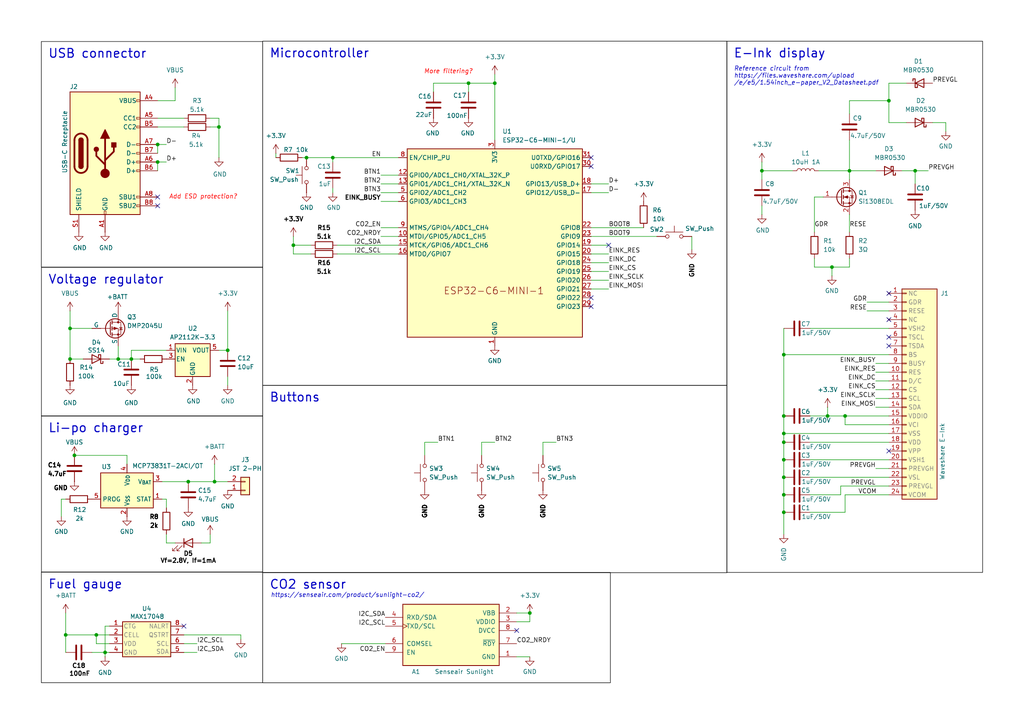
<source format=kicad_sch>
(kicad_sch (version 20231120) (generator "eeschema") (generator_version "8.0")
  (paper "A4")
  (title_block (title "Low-Power CO2 Sensor") (date "2024-11-01") (company "blinry <mail@blinry.org>"))
  (junction (at 38.1 104.14))
  (junction (at 153.67 177.8))
  (junction (at 20.32 95.25))
  (junction (at 88.9 45.72))
  (junction (at 227.33 128.27))
  (junction (at 27.94 184.15))
  (junction (at 96.52 45.72))
  (junction (at 63.5 36.83))
  (junction (at 227.33 125.73))
  (junction (at 227.33 120.65))
  (junction (at 143.51 24.13))
  (junction (at 20.32 104.14))
  (junction (at 227.33 143.51))
  (junction (at 45.72 41.91))
  (junction (at 19.05 184.15))
  (junction (at 135.89 24.13))
  (junction (at 66.04 101.6))
  (junction (at 54.61 139.7))
  (junction (at 245.11 120.65))
  (junction (at 227.33 102.87))
  (junction (at 220.98 49.53))
  (junction (at 227.33 133.35))
  (junction (at 265.43 49.53))
  (junction (at 240.03 120.65))
  (junction (at 227.33 148.59))
  (junction (at 30.48 189.23))
  (junction (at 85.09 71.12))
  (junction (at 227.33 138.43))
  (junction (at 62.23 139.7))
  (junction (at 241.3 77.47))
  (junction (at 45.72 46.99))
  (junction (at 21.59 132.08))
  (junction (at 257.81 29.21))
  (junction (at 246.38 49.53))
  (junction (at 34.29 104.14))
  (no_connect (at 171.45 86.36))
  (no_connect (at 257.81 130.81))
  (no_connect (at 45.72 57.15))
  (no_connect (at 53.34 181.61))
  (no_connect (at 149.86 182.88))
  (no_connect (at 257.81 85.09))
  (no_connect (at 257.81 92.71))
  (no_connect (at 257.81 97.79))
  (no_connect (at 171.45 48.26))
  (no_connect (at 171.45 88.9))
  (no_connect (at 257.81 100.33))
  (no_connect (at 176.53 71.12))
  (no_connect (at 45.72 59.69))
  (no_connect (at 171.45 45.72))
  (wire (pts (xy 176.53 78.74) (xy 171.45 78.74)))
  (wire (pts (xy 20.32 95.25) (xy 20.32 104.14)))
  (wire (pts (xy 274.32 38.1) (xy 274.32 35.56)))
  (wire (pts (xy 227.33 102.87) (xy 227.33 120.65)))
  (wire (pts (xy 57.15 189.23) (xy 53.34 189.23)))
  (wire (pts (xy 30.48 190.5) (xy 30.48 189.23)))
  (wire (pts (xy 36.83 132.08) (xy 36.83 134.62)))
  (wire (pts (xy 110.49 68.58) (xy 115.57 68.58)))
  (wire (pts (xy 243.84 140.97) (xy 257.81 140.97)))
  (wire (pts (xy 240.03 120.65) (xy 245.11 120.65)))
  (wire (pts (xy 110.49 53.34) (xy 115.57 53.34)))
  (wire (pts (xy 123.19 128.27) (xy 123.19 132.08)))
  (wire (pts (xy 234.95 148.59) (xy 245.11 148.59)))
  (wire (pts (xy 96.52 45.72) (xy 96.52 46.99)))
  (wire (pts (xy 200.66 68.58) (xy 200.66 72.39)))
  (wire (pts (xy 30.48 181.61) (xy 30.48 189.23)))
  (wire (pts (xy 80.01 44.45) (xy 80.01 45.72)))
  (wire (pts (xy 245.11 123.19) (xy 257.81 123.19)))
  (wire (pts (xy 153.67 177.8) (xy 153.67 180.34)))
  (wire (pts (xy 220.98 49.53) (xy 220.98 52.07)))
  (wire (pts (xy 88.9 45.72) (xy 96.52 45.72)))
  (wire (pts (xy 157.48 128.27) (xy 161.29 128.27)))
  (wire (pts (xy 227.33 102.87) (xy 257.81 102.87)))
  (wire (pts (xy 48.26 144.78) (xy 46.99 144.78)))
  (wire (pts (xy 38.1 101.6) (xy 48.26 101.6)))
  (wire (pts (xy 20.32 95.25) (xy 26.67 95.25)))
  (wire (pts (xy 176.53 71.12) (xy 171.45 71.12)))
  (wire (pts (xy 143.51 21.59) (xy 143.51 24.13)))
  (wire (pts (xy 45.72 46.99) (xy 45.72 49.53)))
  (wire (pts (xy 85.09 71.12) (xy 90.17 71.12)))
  (wire (pts (xy 257.81 35.56) (xy 262.89 35.56)))
  (wire (pts (xy 257.81 115.57) (xy 254 115.57)))
  (wire (pts (xy 274.32 35.56) (xy 270.51 35.56)))
  (wire (pts (xy 62.23 139.7) (xy 66.04 139.7)))
  (wire (pts (xy 88.9 45.72) (xy 87.63 45.72)))
  (wire (pts (xy 246.38 77.47) (xy 246.38 74.93)))
  (wire (pts (xy 45.72 41.91) (xy 45.72 44.45)))
  (wire (pts (xy 53.34 34.29) (xy 45.72 34.29)))
  (wire (pts (xy 135.89 24.13) (xy 135.89 26.67)))
  (wire (pts (xy 171.45 66.04) (xy 186.69 66.04)))
  (wire (pts (xy 48.26 41.91) (xy 45.72 41.91)))
  (wire (pts (xy 227.33 138.43) (xy 227.33 143.51)))
  (wire (pts (xy 234.95 133.35) (xy 257.81 133.35)))
  (wire (pts (xy 135.89 24.13) (xy 143.51 24.13)))
  (wire (pts (xy 48.26 46.99) (xy 45.72 46.99)))
  (wire (pts (xy 85.09 68.58) (xy 85.09 71.12)))
  (wire (pts (xy 171.45 68.58) (xy 190.5 68.58)))
  (wire (pts (xy 63.5 36.83) (xy 63.5 45.72)))
  (wire (pts (xy 19.05 184.15) (xy 27.94 184.15)))
  (wire (pts (xy 257.81 118.11) (xy 254 118.11)))
  (wire (pts (xy 24.13 104.14) (xy 20.32 104.14)))
  (wire (pts (xy 123.19 128.27) (xy 127 128.27)))
  (wire (pts (xy 69.85 184.15) (xy 53.34 184.15)))
  (wire (pts (xy 19.05 184.15) (xy 19.05 189.23)))
  (wire (pts (xy 46.99 139.7) (xy 54.61 139.7)))
  (wire (pts (xy 38.1 104.14) (xy 34.29 104.14)))
  (wire (pts (xy 57.15 186.69) (xy 53.34 186.69)))
  (wire (pts (xy 257.81 107.95) (xy 254 107.95)))
  (wire (pts (xy 261.62 49.53) (xy 265.43 49.53)))
  (wire (pts (xy 139.7 128.27) (xy 139.7 132.08)))
  (wire (pts (xy 220.98 59.69) (xy 220.98 62.23)))
  (wire (pts (xy 227.33 120.65) (xy 227.33 125.73)))
  (wire (pts (xy 257.81 105.41) (xy 254 105.41)))
  (wire (pts (xy 246.38 62.23) (xy 246.38 67.31)))
  (wire (pts (xy 85.09 73.66) (xy 90.17 73.66)))
  (wire (pts (xy 135.89 24.13) (xy 125.73 24.13)))
  (wire (pts (xy 20.32 90.17) (xy 20.32 95.25)))
  (wire (pts (xy 257.81 135.89) (xy 254 135.89)))
  (wire (pts (xy 34.29 104.14) (xy 31.75 104.14)))
  (wire (pts (xy 66.04 90.17) (xy 66.04 101.6)))
  (wire (pts (xy 50.8 157.48) (xy 48.26 157.48)))
  (wire (pts (xy 245.11 120.65) (xy 257.81 120.65)))
  (wire (pts (xy 153.67 190.5) (xy 149.86 190.5)))
  (wire (pts (xy 234.95 95.25) (xy 257.81 95.25)))
  (wire (pts (xy 143.51 24.13) (xy 143.51 40.64)))
  (wire (pts (xy 96.52 55.88) (xy 96.52 54.61)))
  (wire (pts (xy 176.53 53.34) (xy 171.45 53.34)))
  (wire (pts (xy 227.33 133.35) (xy 227.33 138.43)))
  (wire (pts (xy 243.84 143.51) (xy 243.84 140.97)))
  (wire (pts (xy 50.8 29.21) (xy 45.72 29.21)))
  (wire (pts (xy 125.73 24.13) (xy 125.73 26.67)))
  (wire (pts (xy 227.33 128.27) (xy 227.33 133.35)))
  (wire (pts (xy 241.3 80.01) (xy 241.3 77.47)))
  (wire (pts (xy 227.33 95.25) (xy 227.33 102.87)))
  (wire (pts (xy 110.49 58.42) (xy 115.57 58.42)))
  (wire (pts (xy 85.09 73.66) (xy 85.09 71.12)))
  (wire (pts (xy 241.3 77.47) (xy 246.38 77.47)))
  (wire (pts (xy 66.04 111.76) (xy 66.04 109.22)))
  (wire (pts (xy 50.8 25.4) (xy 50.8 29.21)))
  (wire (pts (xy 38.1 104.14) (xy 38.1 101.6)))
  (wire (pts (xy 245.11 120.65) (xy 245.11 123.19)))
  (wire (pts (xy 245.11 143.51) (xy 257.81 143.51)))
  (wire (pts (xy 176.53 55.88) (xy 171.45 55.88)))
  (wire (pts (xy 234.95 120.65) (xy 240.03 120.65)))
  (wire (pts (xy 34.29 100.33) (xy 34.29 104.14)))
  (wire (pts (xy 63.5 34.29) (xy 63.5 36.83)))
  (wire (pts (xy 110.49 55.88) (xy 115.57 55.88)))
  (wire (pts (xy 69.85 185.42) (xy 69.85 184.15)))
  (wire (pts (xy 220.98 49.53) (xy 229.87 49.53)))
  (wire (pts (xy 246.38 40.64) (xy 246.38 49.53)))
  (wire (pts (xy 236.22 74.93) (xy 236.22 77.47)))
  (wire (pts (xy 62.23 134.62) (xy 62.23 139.7)))
  (wire (pts (xy 176.53 76.2) (xy 171.45 76.2)))
  (wire (pts (xy 97.79 73.66) (xy 115.57 73.66)))
  (wire (pts (xy 27.94 186.69) (xy 31.75 186.69)))
  (wire (pts (xy 265.43 49.53) (xy 265.43 53.34)))
  (wire (pts (xy 176.53 73.66) (xy 171.45 73.66)))
  (wire (pts (xy 21.59 132.08) (xy 36.83 132.08)))
  (wire (pts (xy 60.96 154.94) (xy 60.96 157.48)))
  (wire (pts (xy 60.96 157.48) (xy 58.42 157.48)))
  (wire (pts (xy 53.34 36.83) (xy 45.72 36.83)))
  (wire (pts (xy 110.49 66.04) (xy 115.57 66.04)))
  (wire (pts (xy 234.95 143.51) (xy 243.84 143.51)))
  (wire (pts (xy 227.33 125.73) (xy 257.81 125.73)))
  (wire (pts (xy 236.22 77.47) (xy 241.3 77.47)))
  (wire (pts (xy 257.81 29.21) (xy 257.81 24.13)))
  (wire (pts (xy 63.5 36.83) (xy 60.96 36.83)))
  (wire (pts (xy 17.78 149.86) (xy 17.78 144.78)))
  (wire (pts (xy 251.46 87.63) (xy 257.81 87.63)))
  (wire (pts (xy 257.81 29.21) (xy 257.81 35.56)))
  (wire (pts (xy 149.86 177.8) (xy 153.67 177.8)))
  (wire (pts (xy 176.53 81.28) (xy 171.45 81.28)))
  (wire (pts (xy 227.33 143.51) (xy 227.33 148.59)))
  (wire (pts (xy 96.52 45.72) (xy 115.57 45.72)))
  (wire (pts (xy 139.7 128.27) (xy 143.51 128.27)))
  (wire (pts (xy 99.06 186.69) (xy 111.76 186.69)))
  (wire (pts (xy 19.05 177.8) (xy 19.05 184.15)))
  (wire (pts (xy 246.38 33.02) (xy 246.38 29.21)))
  (wire (pts (xy 246.38 49.53) (xy 246.38 52.07)))
  (wire (pts (xy 246.38 29.21) (xy 257.81 29.21)))
  (wire (pts (xy 227.33 125.73) (xy 227.33 128.27)))
  (wire (pts (xy 238.76 57.15) (xy 236.22 57.15)))
  (wire (pts (xy 251.46 90.17) (xy 257.81 90.17)))
  (wire (pts (xy 31.75 181.61) (xy 30.48 181.61)))
  (wire (pts (xy 97.79 71.12) (xy 115.57 71.12)))
  (wire (pts (xy 26.67 189.23) (xy 30.48 189.23)))
  (wire (pts (xy 66.04 101.6) (xy 63.5 101.6)))
  (wire (pts (xy 234.95 138.43) (xy 257.81 138.43)))
  (wire (pts (xy 149.86 180.34) (xy 153.67 180.34)))
  (wire (pts (xy 60.96 34.29) (xy 63.5 34.29)))
  (wire (pts (xy 257.81 110.49) (xy 254 110.49)))
  (wire (pts (xy 157.48 128.27) (xy 157.48 132.08)))
  (wire (pts (xy 257.81 24.13) (xy 262.89 24.13)))
  (wire (pts (xy 234.95 128.27) (xy 257.81 128.27)))
  (wire (pts (xy 110.49 50.8) (xy 115.57 50.8)))
  (wire (pts (xy 62.23 139.7) (xy 54.61 139.7)))
  (wire (pts (xy 257.81 113.03) (xy 254 113.03)))
  (wire (pts (xy 236.22 57.15) (xy 236.22 67.31)))
  (wire (pts (xy 227.33 148.59) (xy 227.33 154.94)))
  (wire (pts (xy 48.26 144.78) (xy 48.26 147.32)))
  (wire (pts (xy 17.78 144.78) (xy 19.05 144.78)))
  (wire (pts (xy 48.26 154.94) (xy 48.26 157.48)))
  (wire (pts (xy 40.64 104.14) (xy 38.1 104.14)))
  (wire (pts (xy 176.53 83.82) (xy 171.45 83.82)))
  (wire (pts (xy 220.98 46.99) (xy 220.98 49.53)))
  (wire (pts (xy 27.94 184.15) (xy 31.75 184.15)))
  (wire (pts (xy 237.49 49.53) (xy 246.38 49.53)))
  (wire (pts (xy 240.03 118.11) (xy 240.03 120.65)))
  (wire (pts (xy 27.94 184.15) (xy 27.94 186.69)))
  (wire (pts (xy 265.43 49.53) (xy 269.24 49.53)))
  (wire (pts (xy 245.11 148.59) (xy 245.11 143.51)))
  (wire (pts (xy 246.38 49.53) (xy 254 49.53)))
  (wire (pts (xy 30.48 189.23) (xy 31.75 189.23)))
  (text_box "Fuel gauge" (at 11.9966 165.9646 0) (size 64.2034 32.0492) (stroke (width 0) (color 0 0 0 1)) (effects (font (size 2.54 2.54) (thickness 0.3175)) (justify left top)))
  (text_box "Buttons" (at 76.2 111.76 0) (size 134.62 54.3461) (stroke (width 0) (color 0 0 0 1)) (effects (font (size 2.54 2.54) (thickness 0.3175)) (justify left top)))
  (text_box "USB connector" (at 11.9879 12.042 0) (size 64.2121 65.428) (stroke (width 0) (color 0 0 0 1)) (effects (font (size 2.54 2.54) (thickness 0.3175)) (justify left top)))
  (text_box "Voltage regulator" (at 12.0166 77.5558 0) (size 64.1834 43.0942) (stroke (width 0) (color 0 0 0 1)) (effects (font (size 2.54 2.54) (thickness 0.3175)) (justify left top)))
  (text_box "Microcontroller" (at 76.2 11.9436 0) (size 134.62 99.8164) (stroke (width 0) (color 0 0 0 1)) (effects (font (size 2.54 2.54) (thickness 0.3175)) (justify left top)))
  (text_box "E-Ink display" (at 210.82 11.9502 0) (size 74.1819 154.077) (stroke (width 0) (color 0 0 0 1)) (effects (font (size 2.54 2.54) (thickness 0.3175)) (justify left top)))
  (text_box "Li-po charger" (at 12.0233 120.65 0) (size 64.1767 45.2649) (stroke (width 0) (color 0 0 0 1)) (effects (font (size 2.54 2.54) (thickness 0.3175)) (justify left top)))
  (text_box "CO2 sensor" (at 76.2 166.0447 0) (size 100.8379 31.9863) (stroke (width 0) (color 0 0 0 1)) (effects (font (size 2.54 2.54) (thickness 0.3175)) (justify left top)))
  (text "https://senseair.com/product/sunlight-co2/" (at 78.486 172.72 0) (effects (font (size 1.27 1.27) (italic yes)) (justify left)))
  (text "Add ESD protection?" (at 58.928 57.15 0) (effects (font (size 1.27 1.27) (italic yes))))
  (text "More filtering?" (at 130.048 20.828 0) (effects (font (size 1.27 1.27) (italic yes))))
  (text "Reference circuit from\nhttps://files.waveshare.com/upload\n/e/e5/1.54inch_e-paper_V2_Datasheet.pdf" (at 212.852 22.098 0) (effects (font (size 1.27 1.27) (italic yes)) (justify left)))
  (label "BTN2" (at 143.51 128.27 0))
  (label "EINK_RES" (at 176.53 73.66 0))
  (label "RESE" (at 246.38 66.04 0))
  (label "BTN3" (at 161.29 128.27 0))
  (label "I2C_SCL" (at 110.49 73.66 180))
  (label "BTN1" (at 110.49 50.8 180))
  (label "EINK_SCLK" (at 254 115.57 180))
  (label "EN" (at 110.49 45.72 180))
  (label "EINK_SCLK" (at 176.53 81.28 0))
  (label "BTN1" (at 127 128.27 0))
  (label "EINK_CS" (at 176.53 78.74 0))
  (label "D-" (at 176.53 55.88 0))
  (label "EINK_DC" (at 254 110.49 180))
  (label "EINK_BUSY" (at 110.49 58.42 180) (effects (font (thickness 0.254) (bold yes))))
  (label "CO2_NRDY" (at 149.86 186.69 0))
  (label "GDR" (at 236.22 66.04 0))
  (label "CO2_EN" (at 111.76 189.23 180))
  (label "I2C_SDA" (at 57.15 189.23 0))
  (label "PREVGH" (at 269.24 49.53 0))
  (label "EINK_DC" (at 176.53 76.2 0))
  (label "I2C_SCL" (at 111.76 181.61 180))
  (label "GDR" (at 251.46 87.63 180))
  (label "RESE" (at 251.46 90.17 180))
  (label "EINK_MOSI" (at 176.53 83.82 0))
  (label "BOOT9" (at 176.53 68.58 0))
  (label "VCOM" (at 248.92 143.51 0))
  (label "CO2_NRDY" (at 110.49 68.58 180))
  (label "EINK_BUSY" (at 254 105.41 180))
  (label "I2C_SDA" (at 111.76 179.07 180))
  (label "BTN3" (at 110.49 55.88 180))
  (label "EINK_MOSI" (at 254 118.11 180))
  (label "BOOT8" (at 176.53 66.04 0))
  (label "D+" (at 48.26 46.99 0))
  (label "D-" (at 48.26 41.91 0))
  (label "PREVGL" (at 254 140.97 180))
  (label "I2C_SCL" (at 57.15 186.69 0))
  (label "BTN2" (at 110.49 53.34 180))
  (label "EINK_CS" (at 254 113.03 180))
  (label "PREVGL" (at 270.51 24.13 0))
  (label "CO2_EN" (at 110.49 66.04 180))
  (label "I2C_SDA" (at 110.49 71.12 180))
  (label "D+" (at 176.53 53.34 0))
  (label "EINK_RES" (at 254 107.95 180))
  (label "PREVGH" (at 254 135.89 180))
  (symbol (lib_id "power:GND") (at 99.06 186.69 0) (unit 1)
    (property "Reference" "#PWR011" (effects (hide yes)))
    (property "Value" "GND" (at 101.092 191.008 0) (effects (justify right)))
    (property "Description" "Power symbol creates a global label with name \"GND\" , ground" (effects (hide yes)))
  )
  (symbol (lib_id "power:+BATT") (at 62.23 134.62 0) (unit 1)
    (property "Reference" "#PWR046" (effects (hide yes)))
    (property "Value" "+BATT" (at 62.23 129.54 0))
    (property "Description" "Power symbol creates a global label with name \"+BATT\"" (effects (hide yes)))
  )
  (symbol (lib_id "power:GND") (at 123.19 142.24 0) (mirror y) (unit 1)
    (property "Reference" "#PWR027" (effects (hide yes)))
    (property "Value" "GND" (at 123.1901 146.05 90) (effects (font (thickness 0.254) (bold yes)) (justify right)))
    (property "Description" "Power symbol creates a global label with name \"GND\" , ground" (effects (hide yes)))
  )
  (symbol (lib_id "power:GND") (at 125.73 34.29 0) (mirror y) (unit 1)
    (property "Reference" "#PWR039" (effects (hide yes)))
    (property "Value" "GND" (at 123.444 38.608 0) (effects (justify right)))
    (property "Description" "Power symbol creates a global label with name \"GND\" , ground" (effects (hide yes)))
  )
  (symbol (lib_id "Device:LED") (at 54.61 157.48 0) (unit 1)
    (property "Reference" "D5" (at 54.61 160.528 0) (effects (font (thickness 0.254) (bold yes))))
    (property "Value" "Vf=2.8V, If=1mA" (at 54.61 162.56 0) (effects (font (thickness 0.254) (bold yes))))
    (property "Footprint" "LED_SMD:LED_0603_1608Metric" (effects (hide yes)))
    (property "Description" "Light emitting diode" (effects (hide yes)))
  )
  (symbol (lib_id "power:GND") (at 157.48 142.24 0) (mirror y) (unit 1)
    (property "Reference" "#PWR026" (effects (hide yes)))
    (property "Value" "GND" (at 157.4801 146.05 90) (effects (font (thickness 0.254) (bold yes)) (justify right)))
    (property "Description" "Power symbol creates a global label with name \"GND\" , ground" (effects (hide yes)))
  )
  (symbol (lib_id "power:+3.3V") (at 143.51 21.59 0) (unit 1)
    (property "Reference" "#PWR019" (effects (hide yes)))
    (property "Value" "+3.3V" (at 143.51 16.51 0))
    (property "Description" "Power symbol creates a global label with name \"+3.3V\"" (effects (hide yes)))
  )
  (symbol (lib_id "power:GND") (at 153.67 190.5 0) (unit 1)
    (property "Reference" "#PWR07" (effects (hide yes)))
    (property "Value" "GND" (at 155.702 194.818 0) (effects (justify right)))
    (property "Description" "Power symbol creates a global label with name \"GND\" , ground" (effects (hide yes)))
  )
  (symbol (lib_id "Simulation_SPICE:PMOS") (at 31.75 95.25 0) (unit 1)
    (property "Reference" "Q3" (at 36.83 91.948 0) (effects (justify left)))
    (property "Value" "DMP2045U" (at 36.83 94.488 0) (effects (justify left)))
    (property "Footprint" "Package_TO_SOT_SMD:SOT-23" (effects (hide yes)))
    (property "Datasheet" "https://ngspice.sourceforge.io/docs/ngspice-html-manual/manual.xhtml#cha_MOSFETs" (effects (hide yes)))
    (property "Description" "P-MOSFET transistor, drain/source/gate" (effects (hide yes)))
    (property "Sim.Device" "PMOS" (effects (hide yes)))
    (property "Sim.Type" "VDMOS" (effects (hide yes)))
    (property "Sim.Pins" "1=D 2=G 3=S" (effects (hide yes)))
  )
  (symbol (lib_id "Switch:SW_Push") (at 195.58 68.58 0) (mirror y) (unit 1)
    (property "Reference" "SW2" (at 190.5 66.548 0))
    (property "Value" "SW_Push" (at 202.946 66.294 0))
    (property "Footprint" "Button_Switch_SMD:SW_SPST_SKQG_WithStem" (effects (hide yes)))
    (property "Description" "Push button switch, generic, two pins" (effects (hide yes)))
  )
  (symbol (lib_id "Switch:SW_Push") (at 123.19 137.16 90) (unit 1)
    (property "Reference" "SW3" (at 124.46 135.8899 90) (effects (justify right)))
    (property "Value" "SW_Push" (at 124.46 138.4299 90) (effects (justify right)))
    (property "Footprint" "Button_Switch_SMD:SW_SPST_SKQG_WithStem" (effects (hide yes)))
    (property "Description" "Push button switch, generic, two pins" (effects (hide yes)))
  )
  (symbol (lib_id "Diode:MBR0540") (at 27.94 104.14 180) (unit 1)
    (property "Reference" "D4" (at 27.94 99.314 0))
    (property "Value" "SS14" (at 27.94 101.6 0))
    (property "Footprint" "Diode_SMD:D_SOD-123" (effects (hide yes)))
    (property "Datasheet" "http://www.mccsemi.com/up_pdf/MBR0520~MBR0580(SOD123).pdf" (effects (hide yes)))
    (property "Description" "40V 0.5A Schottky Power Rectifier Diode, SOD-123" (effects (hide yes)))
  )
  (symbol (lib_id "power:GND") (at 66.04 142.24 0) (unit 1)
    (property "Reference" "#PWR031" (effects (hide yes)))
    (property "Value" "GND" (at 68.072 146.812 0) (effects (justify right)))
    (property "Description" "Power symbol creates a global label with name \"GND\" , ground" (effects (hide yes)))
  )
  (symbol (lib_id "power:GND") (at 66.04 111.76 0) (unit 1)
    (property "Reference" "#PWR017" (effects (hide yes)))
    (property "Value" "GND" (at 68.072 116.332 0) (effects (justify right)))
    (property "Description" "Power symbol creates a global label with name \"GND\" , ground" (effects (hide yes)))
  )
  (symbol (lib_id "Device:C") (at 231.14 128.27 90) (unit 1)
    (property "Reference" "C4" (at 233.68 127 90))
    (property "Value" "1uF/50V" (at 236.728 129.54 90))
    (property "Footprint" "Capacitor_SMD:C_0805_2012Metric" (effects (hide yes)))
    (property "Description" "Unpolarized capacitor" (effects (hide yes)))
  )
  (symbol (lib_id "power:+3.3V") (at 220.98 46.99 0) (unit 1)
    (property "Reference" "#PWR02" (effects (hide yes)))
    (property "Value" "+3.3V" (at 220.98 41.91 0))
    (property "Description" "Power symbol creates a global label with name \"+3.3V\"" (effects (hide yes)))
  )
  (symbol (lib_id "Device:C") (at 231.14 133.35 90) (unit 1)
    (property "Reference" "C3" (at 233.68 132.08 90))
    (property "Value" "1uF/50V" (at 236.728 134.62 90))
    (property "Footprint" "Capacitor_SMD:C_0805_2012Metric" (effects (hide yes)))
    (property "Description" "Unpolarized capacitor" (effects (hide yes)))
  )
  (symbol (lib_id "power:GND") (at 20.32 111.76 0) (unit 1)
    (property "Reference" "#PWR041" (effects (hide yes)))
    (property "Value" "GND" (at 22.352 116.84 0) (effects (justify right)))
    (property "Description" "Power symbol creates a global label with name \"GND\" , ground" (effects (hide yes)))
  )
  (symbol (lib_id "PCM_Espressif:ESP32-C6-MINI-1/U") (at 143.51 73.66 0) (unit 1)
    (property "Reference" "U1" (at 145.7041 38.1 0) (effects (justify left)))
    (property "Value" "ESP32-C6-MINI-1/U" (at 145.7041 40.64 0) (effects (justify left)))
    (property "Footprint" "PCM_Espressif:ESP32-C6-MINI-1" (effects (hide yes)))
    (property "Datasheet" "https://www.espressif.com/sites/default/files/documentation/esp32-c6-mini-1_datasheet_en.pdf" (effects (hide yes)))
    (property "Description" "ESP32-C6-MINI-1 is a module that supports 2.4 GHz Wi-Fi 6 (802.11 ax), Bluetooth® 5 (LE), Zigbee and Thread (802.15.4)" (effects (hide yes)))
  )
  (symbol (lib_id "power:GND") (at 69.85 185.42 0) (unit 1)
    (property "Reference" "#PWR037" (effects (hide yes)))
    (property "Value" "GND" (at 71.882 189.992 0) (effects (justify right)))
    (property "Description" "Power symbol creates a global label with name \"GND\" , ground" (effects (hide yes)))
  )
  (symbol (lib_id "power:+BATT") (at 19.05 177.8 0) (unit 1)
    (property "Reference" "#PWR047" (effects (hide yes)))
    (property "Value" "+BATT" (at 19.05 172.72 0))
    (property "Description" "Power symbol creates a global label with name \"+BATT\"" (effects (hide yes)))
  )
  (symbol (lib_id "power:GND") (at 135.89 34.29 0) (mirror y) (unit 1)
    (property "Reference" "#PWR040" (effects (hide yes)))
    (property "Value" "GND" (at 133.604 38.608 0) (effects (justify right)))
    (property "Description" "Power symbol creates a global label with name \"GND\" , ground" (effects (hide yes)))
  )
  (symbol (lib_id "Device:C") (at 38.1 107.95 0) (unit 1)
    (property "Reference" "C11" (at 34.036 105.664 0) (effects (justify left)))
    (property "Value" "10uF" (at 32.766 111.252 0) (effects (justify left)))
    (property "Footprint" "Capacitor_SMD:C_0805_2012Metric" (effects (hide yes)))
    (property "Description" "Unpolarized capacitor" (effects (hide yes)))
  )
  (symbol (lib_id "Device:C") (at 125.73 30.48 180) (unit 1)
    (property "Reference" "C16" (at 123.19 27.94 0))
    (property "Value" "22uF" (at 122.936 33.274 0))
    (property "Footprint" "Capacitor_SMD:C_0805_2012Metric" (effects (hide yes)))
    (property "Description" "Unpolarized capacitor" (effects (hide yes)))
  )
  (symbol (lib_id "Device:R") (at 20.32 107.95 180) (unit 1)
    (property "Reference" "R14" (at 25.019 106.553 0))
    (property "Value" "100k" (at 25.019 109.093 0))
    (property "Footprint" "Capacitor_SMD:C_0805_2012Metric" (effects (hide yes)))
    (property "Description" "Resistor" (effects (hide yes)))
  )
  (symbol (lib_id "power:GND") (at 88.9 55.88 0) (mirror y) (unit 1)
    (property "Reference" "#PWR023" (effects (hide yes)))
    (property "Value" "GND" (at 86.868 60.198 0) (effects (justify right)))
    (property "Description" "Power symbol creates a global label with name \"GND\" , ground" (effects (hide yes)))
  )
  (symbol (lib_id "power:GND") (at 265.43 60.96 0) (unit 1)
    (property "Reference" "#PWR04" (effects (hide yes)))
    (property "Value" "GND" (at 267.462 65.532 0) (effects (justify right)))
    (property "Description" "Power symbol creates a global label with name \"GND\" , ground" (effects (hide yes)))
  )
  (symbol (lib_id "power:GND") (at 274.32 38.1 0) (unit 1)
    (property "Reference" "#PWR05" (effects (hide yes)))
    (property "Value" "GND" (at 276.352 42.418 0) (effects (justify right)))
    (property "Description" "Power symbol creates a global label with name \"GND\" , ground" (effects (hide yes)))
  )
  (symbol (lib_id "Device:C") (at 21.59 135.89 0) (unit 1)
    (property "Reference" "C14" (at 13.716 134.874 0) (effects (font (thickness 0.254) (bold yes)) (justify left)))
    (property "Value" "4.7uF" (at 13.716 137.414 0) (effects (font (thickness 0.254) (bold yes)) (justify left)))
    (property "Footprint" "Capacitor_SMD:C_0805_2012Metric" (effects (hide yes)))
    (property "Description" "Unpolarized capacitor" (effects (hide yes)))
  )
  (symbol (lib_id "power:GND") (at 143.51 100.33 0) (unit 1)
    (property "Reference" "#PWR021" (effects (hide yes)))
    (property "Value" "GND" (at 145.542 104.648 0) (effects (justify right)))
    (property "Description" "Power symbol creates a global label with name \"GND\" , ground" (effects (hide yes)))
  )
  (symbol (lib_id "Switch:SW_Push") (at 157.48 137.16 90) (unit 1)
    (property "Reference" "SW5" (at 158.75 135.8899 90) (effects (justify right)))
    (property "Value" "SW_Push" (at 158.75 138.4299 90) (effects (justify right)))
    (property "Footprint" "Button_Switch_SMD:SW_SPST_SKQG_WithStem" (effects (hide yes)))
    (property "Description" "Push button switch, generic, two pins" (effects (hide yes)))
  )
  (symbol (lib_id "power:GND") (at 96.52 55.88 0) (mirror y) (unit 1)
    (property "Reference" "#PWR024" (effects (hide yes)))
    (property "Value" "GND" (at 94.742 60.198 0) (effects (justify right)))
    (property "Description" "Power symbol creates a global label with name \"GND\" , ground" (effects (hide yes)))
  )
  (symbol (lib_id "power:VBUS") (at 60.96 154.94 0) (unit 1)
    (property "Reference" "#PWR045" (effects (hide yes)))
    (property "Value" "VBUS" (at 60.96 150.622 0))
    (property "Description" "Power symbol creates a global label with name \"VBUS\"" (effects (hide yes)))
  )
  (symbol (lib_id "power:+3.3V") (at 85.09 68.58 0) (unit 1)
    (property "Reference" "#PWR049" (effects (hide yes)))
    (property "Value" "+3.3V" (at 85.09 63.5 0) (effects (font (thickness 0.254) (bold yes))))
    (property "Description" "Power symbol creates a global label with name \"+3.3V\"" (effects (hide yes)))
  )
  (symbol (lib_id "power:GND") (at 139.7 142.24 0) (mirror y) (unit 1)
    (property "Reference" "#PWR025" (effects (hide yes)))
    (property "Value" "GND" (at 139.7001 146.05 90) (effects (font (thickness 0.254) (bold yes)) (justify right)))
    (property "Description" "Power symbol creates a global label with name \"GND\" , ground" (effects (hide yes)))
  )
  (symbol (lib_id "power:GND") (at 38.1 111.76 0) (unit 1)
    (property "Reference" "#PWR018" (effects (hide yes)))
    (property "Value" "GND" (at 40.132 116.84 0) (effects (justify right)))
    (property "Description" "Power symbol creates a global label with name \"GND\" , ground" (effects (hide yes)))
  )
  (symbol (lib_id "Device:C") (at 231.14 120.65 90) (unit 1)
    (property "Reference" "C6" (at 233.68 119.38 90))
    (property "Value" "1uF/50V" (at 236.728 121.92 90))
    (property "Footprint" "Capacitor_SMD:C_0805_2012Metric" (effects (hide yes)))
    (property "Description" "Unpolarized capacitor" (effects (hide yes)))
  )
  (symbol (lib_id "power:GND") (at 17.78 149.86 0) (unit 1)
    (property "Reference" "#PWR034" (effects (hide yes)))
    (property "Value" "GND" (at 19.812 154.178 0) (effects (justify right)))
    (property "Description" "Power symbol creates a global label with name \"GND\" , ground" (effects (hide yes)))
  )
  (symbol (lib_id "power:+3.3V") (at 240.03 118.11 0) (unit 1)
    (property "Reference" "#PWR012" (effects (hide yes)))
    (property "Value" "+3.3V" (at 240.03 113.03 0))
    (property "Description" "Power symbol creates a global label with name \"+3.3V\"" (effects (hide yes)))
  )
  (symbol (lib_id "Device:C") (at 265.43 57.15 180) (unit 1)
    (property "Reference" "C10" (at 267.716 54.61 0))
    (property "Value" "1uF/50V" (at 270.764 59.69 0))
    (property "Footprint" "Capacitor_SMD:C_0805_2012Metric" (effects (hide yes)))
    (property "Description" "Unpolarized capacitor" (effects (hide yes)))
  )
  (symbol (lib_id "power:+3.3V") (at 153.67 177.8 0) (unit 1)
    (property "Reference" "#PWR08" (effects (hide yes)))
    (property "Value" "+3.3V" (at 153.67 172.72 0))
    (property "Description" "Power symbol creates a global label with name \"+3.3V\"" (effects (hide yes)))
  )
  (symbol (lib_id "Device:C") (at 135.89 30.48 180) (unit 1)
    (property "Reference" "C17" (at 133.35 27.686 0))
    (property "Value" "100nF" (at 132.588 33.528 0))
    (property "Footprint" "Capacitor_SMD:C_0805_2012Metric" (effects (hide yes)))
    (property "Description" "Unpolarized capacitor" (effects (hide yes)))
  )
  (symbol (lib_id "power:VBUS") (at 20.32 90.17 0) (unit 1)
    (property "Reference" "#PWR043" (effects (hide yes)))
    (property "Value" "VBUS" (at 20.32 85.09 0))
    (property "Description" "Power symbol creates a global label with name \"VBUS\"" (effects (hide yes)))
  )
  (symbol (lib_id "Connector_Generic:Conn_01x02") (at 71.12 142.24 0) (mirror x) (unit 1)
    (property "Reference" "J3" (at 71.12 133.35 0))
    (property "Value" "JST 2-PH" (at 71.12 135.89 0))
    (property "Footprint" "Connector_JST:JST_PH_S2B-PH-SM4-TB_1x02-1MP_P2.00mm_Horizontal" (effects (hide yes)))
    (property "Description" "Generic connector, single row, 01x02, script generated (kicad-library-utils/schlib/autogen/connector/)" (effects (hide yes)))
  )
  (symbol (lib_id "power:GND") (at 30.48 67.31 0) (mirror y) (unit 1)
    (property "Reference" "#PWR013" (effects (hide yes)))
    (property "Value" "GND" (at 28.702 71.882 0) (effects (justify right)))
    (property "Description" "Power symbol creates a global label with name \"GND\" , ground" (effects (hide yes)))
  )
  (symbol (lib_id "Device:C") (at 96.52 50.8 180) (unit 1)
    (property "Reference" "C13" (at 93.98 48.26 0))
    (property "Value" "1uF" (at 94.234 53.34 0))
    (property "Footprint" "Capacitor_SMD:C_0805_2012Metric" (effects (hide yes)))
    (property "Description" "Unpolarized capacitor" (effects (hide yes)))
  )
  (symbol (lib_id "Device:C") (at 220.98 55.88 180) (unit 1)
    (property "Reference" "C8" (at 223.266 53.34 0))
    (property "Value" "4.7uF/50V" (at 226.314 58.42 0))
    (property "Footprint" "Capacitor_SMD:C_0805_2012Metric" (effects (hide yes)))
    (property "Description" "Unpolarized capacitor" (effects (hide yes)))
  )
  (symbol (lib_id "Connector:USB_C_Receptacle_USB2.0_16P") (at 30.48 44.45 0) (unit 1)
    (property "Reference" "J2" (at 22.606 25.146 0) (effects (justify right)))
    (property "Value" "USB-C Receptacle" (at 18.796 32.004 90) (effects (justify right)))
    (property "Footprint" "Connector_USB:USB_C_Receptacle_G-Switch_GT-USB-7010ASV" (effects (hide yes)))
    (property "Datasheet" "https://www.usb.org/sites/default/files/documents/usb_type-c.zip" (effects (hide yes)))
    (property "Description" "USB 2.0-only 16P Type-C Receptacle connector" (effects (hide yes)))
  )
  (symbol (lib_id "Device:R") (at 186.69 62.23 0) (unit 1)
    (property "Reference" "R6" (at 189.23 60.9599 0) (effects (justify left)))
    (property "Value" "10k" (at 189.23 63.4999 0) (effects (justify left)))
    (property "Footprint" "Capacitor_SMD:C_0805_2012Metric" (effects (hide yes)))
    (property "Description" "Resistor" (effects (hide yes)))
  )
  (symbol (lib_id "Device:R") (at 83.82 45.72 90) (unit 1)
    (property "Reference" "R7" (at 83.566 43.434 90))
    (property "Value" "10k" (at 87.63 43.434 90))
    (property "Footprint" "Capacitor_SMD:C_0805_2012Metric" (effects (hide yes)))
    (property "Description" "Resistor" (effects (hide yes)))
  )
  (symbol (lib_id "power:+3.3V") (at 80.01 44.45 0) (unit 1)
    (property "Reference" "#PWR010" (effects (hide yes)))
    (property "Value" "+3.3V" (at 80.01 39.37 0))
    (property "Description" "Power symbol creates a global label with name \"+3.3V\"" (effects (hide yes)))
  )
  (symbol (lib_id "Device:R") (at 48.26 151.13 0) (unit 1)
    (property "Reference" "R8" (at 44.704 149.86 0) (effects (font (thickness 0.254) (bold yes))))
    (property "Value" "2k" (at 44.704 152.4 0) (effects (font (thickness 0.254) (bold yes))))
    (property "Footprint" "Capacitor_SMD:C_0805_2012Metric" (effects (hide yes)))
    (property "Description" "Resistor" (effects (hide yes)))
  )
  (symbol (lib_id "Device:L") (at 233.68 49.53 90) (unit 1)
    (property "Reference" "L1" (at 233.68 44.45 90))
    (property "Value" "10uH 1A" (at 233.68 46.99 90))
    (property "Footprint" "Inductor_SMD:L_Ferrocore_DLG-0403" (effects (hide yes)))
    (property "Description" "Inductor" (effects (hide yes)))
  )
  (symbol (lib_id "Connector_Generic:Conn_01x24") (at 262.89 113.03 0) (unit 1)
    (property "Reference" "J1" (at 272.796 85.09 0) (effects (justify left)))
    (property "Value" "Waveshare E-Ink" (at 273.304 139.192 90) (effects (justify left)))
    (property "Footprint" "Connector_FFC-FPC:TE_2-1734839-4_1x24-1MP_P0.5mm_Horizontal" (effects (hide yes)))
    (property "Description" "Generic connector, single row, 01x24, script generated (kicad-library-utils/schlib/autogen/connector/)" (effects (hide yes)))
  )
  (symbol (lib_id "power:GND") (at 21.59 139.7 0) (unit 1)
    (property "Reference" "#PWR028" (effects (hide yes)))
    (property "Value" "GND" (at 19.812 141.478 0) (effects (font (thickness 0.254) (bold yes)) (justify right)))
    (property "Description" "Power symbol creates a global label with name \"GND\" , ground" (effects (hide yes)))
  )
  (symbol (lib_id "Device:C") (at 231.14 143.51 90) (unit 1)
    (property "Reference" "C5" (at 233.68 142.24 90))
    (property "Value" "1uF/50V" (at 236.728 144.78 90))
    (property "Footprint" "Capacitor_SMD:C_0805_2012Metric" (effects (hide yes)))
    (property "Description" "Unpolarized capacitor" (effects (hide yes)))
  )
  (symbol (lib_id "Device:R") (at 246.38 71.12 0) (unit 1)
    (property "Reference" "R2" (at 248.92 69.8499 0) (effects (justify left)))
    (property "Value" "3Ω" (at 248.92 72.3899 0) (effects (justify left)))
    (property "Footprint" "Resistor_SMD:R_0603_1608Metric" (effects (hide yes)))
    (property "Description" "Resistor" (effects (hide yes)))
  )
  (symbol (lib_id "Device:C") (at 231.14 95.25 90) (unit 1)
    (property "Reference" "C7" (at 233.68 93.98 90))
    (property "Value" "1uF/50V" (at 236.728 96.52 90))
    (property "Footprint" "Capacitor_SMD:C_0805_2012Metric" (effects (hide yes)))
    (property "Description" "Unpolarized capacitor" (effects (hide yes)))
  )
  (symbol (lib_id "Device:C") (at 231.14 138.43 90) (unit 1)
    (property "Reference" "C2" (at 233.68 137.16 90))
    (property "Value" "1uF/50V" (at 236.728 139.7 90))
    (property "Footprint" "Capacitor_SMD:C_0805_2012Metric" (effects (hide yes)))
    (property "Description" "Unpolarized capacitor" (effects (hide yes)))
  )
  (symbol (lib_id "Regulator_Linear:AP2112K-3.3") (at 55.88 104.14 0) (unit 1)
    (property "Reference" "U2" (at 55.88 95.25 0))
    (property "Value" "AP2112K-3.3" (at 55.88 97.79 0))
    (property "Footprint" "Package_TO_SOT_SMD:SOT-23-5" (effects (hide yes)))
    (property "Datasheet" "https://www.diodes.com/assets/Datasheets/AP2112.pdf" (effects (hide yes)))
    (property "Description" "600mA low dropout linear regulator, with enable pin, 3.8V-6V input voltage range, 3.3V fixed positive output, SOT-23-5" (effects (hide yes)))
  )
  (symbol (lib_id "Connector_Generic:Conn_02x04_Counter_Clockwise") (at 36.83 184.15 0) (unit 1)
    (property "Reference" "U4" (at 42.545 176.53 0))
    (property "Value" "MAX17048" (at 42.672 178.816 0))
    (property "Footprint" "Package_DFN_QFN:DFN-8-1EP_2x2mm_P0.5mm_EP1.05x1.75mm" (effects (hide yes)))
    (property "Description" "Generic connector, double row, 02x04, counter clockwise pin numbering scheme (similar to DIP package numbering), script generated (kicad-library-utils/schlib/autogen/connector/)" (effects (hide yes)))
  )
  (symbol (lib_id "power:GND") (at 63.5 45.72 0) (mirror y) (unit 1)
    (property "Reference" "#PWR015" (effects (hide yes)))
    (property "Value" "GND" (at 61.722 50.546 0) (effects (justify right)))
    (property "Description" "Power symbol creates a global label with name \"GND\" , ground" (effects (hide yes)))
  )
  (symbol (lib_id "Device:C") (at 22.86 189.23 270) (unit 1)
    (property "Reference" "C18" (at 22.86 193.04 90) (effects (font (thickness 0.254) (bold yes))))
    (property "Value" "100nF" (at 23.114 195.326 90) (effects (font (thickness 0.254) (bold yes))))
    (property "Footprint" "Capacitor_SMD:C_0805_2012Metric" (effects (hide yes)))
    (property "Description" "Unpolarized capacitor" (effects (hide yes)))
  )
  (symbol (lib_id "power:GND") (at 200.66 72.39 0) (unit 1)
    (property "Reference" "#PWR022" (effects (hide yes)))
    (property "Value" "GND" (at 200.6599 76.2 90) (effects (font (thickness 0.254) (bold yes)) (justify right)))
    (property "Description" "Power symbol creates a global label with name \"GND\" , ground" (effects (hide yes)))
  )
  (symbol (lib_id "Device:R") (at 93.98 71.12 270) (mirror x) (unit 1)
    (property "Reference" "R15" (at 93.98 66.04 90) (effects (font (thickness 0.254) (bold yes))))
    (property "Value" "5.1k" (at 93.98 68.58 90) (effects (font (thickness 0.254) (bold yes))))
    (property "Footprint" "Capacitor_SMD:C_0805_2012Metric" (effects (hide yes)))
    (property "Description" "Resistor" (effects (hide yes)))
  )
  (symbol (lib_id "Device:C") (at 231.14 148.59 90) (unit 1)
    (property "Reference" "C1" (at 233.68 147.32 90))
    (property "Value" "1uF/50V" (at 236.728 149.86 90))
    (property "Footprint" "Capacitor_SMD:C_0805_2012Metric" (effects (hide yes)))
    (property "Description" "Unpolarized capacitor" (effects (hide yes)))
  )
  (symbol (lib_id "power:GND") (at 241.3 80.01 0) (unit 1)
    (property "Reference" "#PWR06" (effects (hide yes)))
    (property "Value" "GND" (at 243.332 84.328 0) (effects (justify right)))
    (property "Description" "Power symbol creates a global label with name \"GND\" , ground" (effects (hide yes)))
  )
  (symbol (lib_id "power:+3.3V") (at 66.04 90.17 0) (unit 1)
    (property "Reference" "#PWR020" (effects (hide yes)))
    (property "Value" "+3.3V" (at 66.04 85.09 0))
    (property "Description" "Power symbol creates a global label with name \"+3.3V\"" (effects (hide yes)))
  )
  (symbol (lib_id "Transistor_FET:Si1308EDL") (at 243.84 57.15 0) (unit 1)
    (property "Reference" "Q1" (at 248.92 55.88 0) (effects (justify left)))
    (property "Value" "Si1308EDL" (at 248.92 58.42 0) (effects (justify left)))
    (property "Footprint" "Package_TO_SOT_SMD:SOT-323_SC-70" (effects (hide yes)))
    (property "Datasheet" "https://www.vishay.com/docs/63399/si1308edl.pdf" (effects (hide yes)))
    (property "Description" "30V Vds, 1.4A Id, N-Channel MOSFET, SC-70" (effects (hide yes)))
  )
  (symbol (lib_id "Device:R") (at 57.15 34.29 270) (mirror x) (unit 1)
    (property "Reference" "R3" (at 57.15 29.21 90))
    (property "Value" "5.1k" (at 57.15 31.75 90))
    (property "Footprint" "Capacitor_SMD:C_0805_2012Metric" (effects (hide yes)))
    (property "Description" "Resistor" (effects (hide yes)))
  )
  (symbol (lib_id "symbols:006-0-0002") (at 132.08 184.15 0) (unit 1)
    (property "Reference" "A1" (at 120.65 194.818 0))
    (property "Value" "Senseair Sunlight" (at 134.62 194.818 0))
    (property "Footprint" "footprints:Senseair_Sunrise" (effects (hide yes)))
    (property "MF" "Senseair North America Inc." (effects (hide yes)))
    (property "MAXIMUM_PACKAGE_HEIGHT" "11.78mm" (effects (hide yes)))
    (property "Package" "None" (effects (hide yes)))
    (property "Price" "None" (effects (hide yes)))
    (property "Check_prices" "https://www.snapeda.com/parts/006-0-0002/Senseair+North+America+Inc./view-part/?ref=eda" (effects (hide yes)))
    (property "STANDARD" "Manufacturer Recommendations" (effects (hide yes)))
    (property "PARTREV" "1.00.000" (effects (hide yes)))
    (property "SnapEDA_Link" "https://www.snapeda.com/parts/006-0-0002/Senseair+North+America+Inc./view-part/?ref=snap" (effects (hide yes)))
    (property "MP" "006-0-0002" (effects (hide yes)))
    (property "Description_1" "\n                        \n                            Carbon Dioxide (CO2) Sensor -\n                        \n" (effects (hide yes)))
    (property "Availability" "Not in stock" (effects (hide yes)))
    (property "MANUFACTURER" "SenseAir" (effects (hide yes)))
  )
  (symbol (lib_id "Battery_Management:MCP73831-2-OT") (at 36.83 142.24 0) (unit 1)
    (property "Reference" "U3" (at 29.464 135.382 0) (effects (justify left)))
    (property "Value" "MCP73831T-2ACI/OT" (at 38.354 135.128 0) (effects (justify left)))
    (property "Footprint" "Package_TO_SOT_SMD:SOT-23-5" (effects (hide yes)))
    (property "Datasheet" "http://ww1.microchip.com/downloads/en/DeviceDoc/20001984g.pdf" (effects (hide yes)))
    (property "Description" "Single cell, Li-Ion/Li-Po charge management controller, 4.20V, Tri-State Status Output, in SOT23-5 package" (effects (hide yes)))
  )
  (symbol (lib_id "Diode:MBR0530") (at 257.81 49.53 180) (unit 1)
    (property "Reference" "D3" (at 257.81 43.18 0))
    (property "Value" "MBR0530" (at 258.1275 45.72 0))
    (property "Footprint" "Diode_SMD:D_SOD-123" (effects (hide yes)))
    (property "Datasheet" "http://www.mccsemi.com/up_pdf/MBR0520~MBR0580(SOD123).pdf" (effects (hide yes)))
    (property "Description" "30V 0.5A Schottky Power Rectifier Diode, SOD-123" (effects (hide yes)))
  )
  (symbol (lib_id "Device:R") (at 93.98 73.66 270) (mirror x) (unit 1)
    (property "Reference" "R16" (at 93.98 76.2 90) (effects (font (thickness 0.254) (bold yes))))
    (property "Value" "5.1k" (at 93.98 78.74 90) (effects (font (thickness 0.254) (bold yes))))
    (property "Footprint" "Capacitor_SMD:C_0805_2012Metric" (effects (hide yes)))
    (property "Description" "Resistor" (effects (hide yes)))
  )
  (symbol (lib_id "Device:R") (at 57.15 36.83 270) (mirror x) (unit 1)
    (property "Reference" "R4" (at 56.896 39.37 90))
    (property "Value" "5.1k" (at 56.896 41.91 90))
    (property "Footprint" "Capacitor_SMD:C_0805_2012Metric" (effects (hide yes)))
    (property "Description" "Resistor" (effects (hide yes)))
  )
  (symbol (lib_id "Diode:MBR0530") (at 266.7 35.56 180) (unit 1)
    (property "Reference" "D2" (at 267.0175 29.21 0))
    (property "Value" "MBR0530" (at 267.0175 31.75 0))
    (property "Footprint" "Diode_SMD:D_SOD-123" (effects (hide yes)))
    (property "Datasheet" "http://www.mccsemi.com/up_pdf/MBR0520~MBR0580(SOD123).pdf" (effects (hide yes)))
    (property "Description" "30V 0.5A Schottky Power Rectifier Diode, SOD-123" (effects (hide yes)))
  )
  (symbol (lib_id "power:VBUS") (at 50.8 25.4 0) (unit 1)
    (property "Reference" "#PWR042" (effects (hide yes)))
    (property "Value" "VBUS" (at 50.8 20.32 0))
    (property "Description" "Power symbol creates a global label with name \"VBUS\"" (effects (hide yes)))
  )
  (symbol (lib_id "Switch:SW_Push") (at 139.7 137.16 90) (unit 1)
    (property "Reference" "SW4" (at 140.97 135.8899 90) (effects (justify right)))
    (property "Value" "SW_Push" (at 140.97 138.4299 90) (effects (justify right)))
    (property "Footprint" "Button_Switch_SMD:SW_SPST_SKQG_WithStem" (effects (hide yes)))
    (property "Description" "Push button switch, generic, two pins" (effects (hide yes)))
  )
  (symbol (lib_id "power:VBUS") (at 21.59 132.08 0) (unit 1)
    (property "Reference" "#PWR044" (effects (hide yes)))
    (property "Value" "VBUS" (at 21.59 128.27 0))
    (property "Description" "Power symbol creates a global label with name \"VBUS\"" (effects (hide yes)))
  )
  (symbol (lib_id "Diode:MBR0530") (at 266.7 24.13 0) (unit 1)
    (property "Reference" "D1" (at 266.3825 17.78 0))
    (property "Value" "MBR0530" (at 266.3825 20.32 0))
    (property "Footprint" "Diode_SMD:D_SOD-123" (effects (hide yes)))
    (property "Datasheet" "http://www.mccsemi.com/up_pdf/MBR0520~MBR0580(SOD123).pdf" (effects (hide yes)))
    (property "Description" "30V 0.5A Schottky Power Rectifier Diode, SOD-123" (effects (hide yes)))
  )
  (symbol (lib_id "power:+3.3V") (at 186.69 58.42 0) (unit 1)
    (property "Reference" "#PWR09" (effects (hide yes)))
    (property "Value" "+3.3V" (at 186.69 53.34 0))
    (property "Description" "Power symbol creates a global label with name \"+3.3V\"" (effects (hide yes)))
  )
  (symbol (lib_id "power:+BATT") (at 34.29 90.17 0) (unit 1)
    (property "Reference" "#PWR048" (effects (hide yes)))
    (property "Value" "+BATT" (at 34.036 86.106 0))
    (property "Description" "Power symbol creates a global label with name \"+BATT\"" (effects (hide yes)))
  )
  (symbol (lib_id "Device:R") (at 22.86 144.78 90) (unit 1)
    (property "Reference" "R12" (at 23.114 147.828 90))
    (property "Value" "2k" (at 23.114 150.368 90))
    (property "Footprint" "Capacitor_SMD:C_0805_2012Metric" (effects (hide yes)))
    (property "Description" "Resistor" (effects (hide yes)))
  )
  (symbol (lib_id "power:GND") (at 54.61 147.32 0) (unit 1)
    (property "Reference" "#PWR035" (effects (hide yes)))
    (property "Value" "GND" (at 56.642 151.892 0) (effects (justify right)))
    (property "Description" "Power symbol creates a global label with name \"GND\" , ground" (effects (hide yes)))
  )
  (symbol (lib_id "Device:R") (at 236.22 71.12 0) (unit 1)
    (property "Reference" "R1" (at 238.76 69.8499 0) (effects (justify left)))
    (property "Value" "10k" (at 238.76 72.3899 0) (effects (justify left)))
    (property "Footprint" "Resistor_SMD:R_0603_1608Metric" (effects (hide yes)))
    (property "Description" "Resistor" (effects (hide yes)))
  )
  (symbol (lib_id "power:GND") (at 22.86 67.31 0) (mirror y) (unit 1)
    (property "Reference" "#PWR014" (effects (hide yes)))
    (property "Value" "GND" (at 21.082 71.882 0) (effects (justify right)))
    (property "Description" "Power symbol creates a global label with name \"GND\" , ground" (effects (hide yes)))
  )
  (symbol (lib_id "Device:C") (at 246.38 36.83 180) (unit 1)
    (property "Reference" "C9" (at 248.666 34.29 0))
    (property "Value" "4.7uF/50V" (at 251.714 39.37 0))
    (property "Footprint" "Capacitor_SMD:C_0805_2012Metric" (effects (hide yes)))
    (property "Description" "Unpolarized capacitor" (effects (hide yes)))
  )
  (symbol (lib_id "Switch:SW_Push") (at 88.9 50.8 90) (unit 1)
    (property "Reference" "SW1" (at 82.804 49.53 90) (effects (justify right)))
    (property "Value" "SW_Push" (at 78.232 52.07 90) (effects (justify right)))
    (property "Footprint" "Button_Switch_SMD:SW_SPST_SKQG_WithStem" (effects (hide yes)))
    (property "Description" "Push button switch, generic, two pins" (effects (hide yes)))
  )
  (symbol (lib_id "power:GND") (at 55.88 111.76 0) (unit 1)
    (property "Reference" "#PWR016" (effects (hide yes)))
    (property "Value" "GND" (at 58.166 116.332 0) (effects (justify right)))
    (property "Description" "Power symbol creates a global label with name \"GND\" , ground" (effects (hide yes)))
  )
  (symbol (lib_id "power:GND") (at 227.33 154.94 0) (unit 1)
    (property "Reference" "#PWR01" (effects (hide yes)))
    (property "Value" "GND" (at 227.3299 158.75 90) (effects (justify right)))
    (property "Description" "Power symbol creates a global label with name \"GND\" , ground" (effects (hide yes)))
  )
  (symbol (lib_id "power:GND") (at 220.98 62.23 0) (unit 1)
    (property "Reference" "#PWR03" (effects (hide yes)))
    (property "Value" "GND" (at 223.266 66.802 0) (effects (justify right)))
    (property "Description" "Power symbol creates a global label with name \"GND\" , ground" (effects (hide yes)))
  )
  (symbol (lib_id "Device:C") (at 54.61 143.51 0) (unit 1)
    (property "Reference" "C15" (at 57.404 142.24 0) (effects (justify left)))
    (property "Value" "4.7uF" (at 57.404 144.78 0) (effects (justify left)))
    (property "Footprint" "Capacitor_SMD:C_0805_2012Metric" (effects (hide yes)))
    (property "Description" "Unpolarized capacitor" (effects (hide yes)))
  )
  (symbol (lib_id "Device:R") (at 44.45 104.14 90) (unit 1)
    (property "Reference" "R5" (at 44.704 107.188 90))
    (property "Value" "100k" (at 44.704 109.22 90))
    (property "Footprint" "Capacitor_SMD:C_0805_2012Metric" (effects (hide yes)))
    (property "Description" "Resistor" (effects (hide yes)))
  )
  (symbol (lib_id "power:GND") (at 30.48 190.5 0) (unit 1)
    (property "Reference" "#PWR036" (effects (hide yes)))
    (property "Value" "GND" (at 32.512 195.072 0) (effects (justify right)))
    (property "Description" "Power symbol creates a global label with name \"GND\" , ground" (effects (hide yes)))
  )
  (symbol (lib_id "power:GND") (at 36.83 149.86 0) (unit 1)
    (property "Reference" "#PWR033" (effects (hide yes)))
    (property "Value" "GND" (at 38.862 154.178 0) (effects (justify right)))
    (property "Description" "Power symbol creates a global label with name \"GND\" , ground" (effects (hide yes)))
  )
  (symbol (lib_id "Device:C") (at 66.04 105.41 0) (unit 1)
    (property "Reference" "C12" (at 68.834 103.886 0) (effects (justify left)))
    (property "Value" "10uF" (at 68.834 106.426 0) (effects (justify left)))
    (property "Footprint" "Capacitor_SMD:C_0805_2012Metric" (effects (hide yes)))
    (property "Description" "Unpolarized capacitor" (effects (hide yes)))
  )
)
</source>
